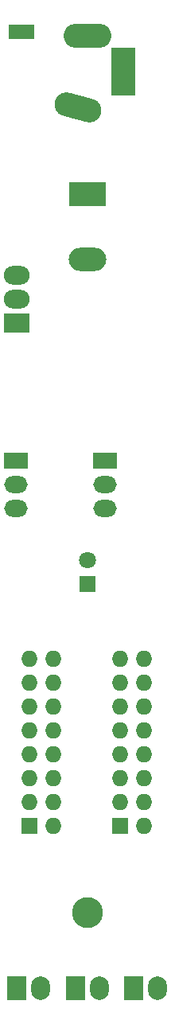
<source format=gts>
G04 #@! TF.GenerationSoftware,KiCad,Pcbnew,6.0.4-6f826c9f35~116~ubuntu18.04.1*
G04 #@! TF.CreationDate,2022-10-10T17:48:02-04:00*
G04 #@! TF.ProjectId,4UP,3455502e-6b69-4636-9164-5f7063625858,rev?*
G04 #@! TF.SameCoordinates,Original*
G04 #@! TF.FileFunction,Soldermask,Top*
G04 #@! TF.FilePolarity,Negative*
%FSLAX46Y46*%
G04 Gerber Fmt 4.6, Leading zero omitted, Abs format (unit mm)*
G04 Created by KiCad (PCBNEW 6.0.4-6f826c9f35~116~ubuntu18.04.1) date 2022-10-10 17:48:02*
%MOMM*%
%LPD*%
G01*
G04 APERTURE LIST*
G04 Aperture macros list*
%AMHorizOval*
0 Thick line with rounded ends*
0 $1 width*
0 $2 $3 position (X,Y) of the first rounded end (center of the circle)*
0 $4 $5 position (X,Y) of the second rounded end (center of the circle)*
0 Add line between two ends*
20,1,$1,$2,$3,$4,$5,0*
0 Add two circle primitives to create the rounded ends*
1,1,$1,$2,$3*
1,1,$1,$4,$5*%
G04 Aperture macros list end*
%ADD10C,3.300000*%
%ADD11R,1.800000X1.800000*%
%ADD12C,1.800000*%
%ADD13R,4.000000X2.500000*%
%ADD14O,4.000000X2.500000*%
%ADD15R,2.000000X2.500000*%
%ADD16O,2.000000X2.500000*%
%ADD17HorizOval,2.540000X1.226726X-0.328700X-1.226726X0.328700X0*%
%ADD18R,2.540000X5.080000*%
%ADD19O,5.080000X2.540000*%
%ADD20R,2.750000X2.000000*%
%ADD21O,2.750000X2.000000*%
%ADD22R,2.500000X1.800000*%
%ADD23O,2.500000X1.800000*%
%ADD24R,2.800000X1.600000*%
%ADD25R,1.727200X1.727200*%
%ADD26O,1.727200X1.727200*%
G04 APERTURE END LIST*
D10*
X41000000Y-136500000D03*
D11*
X41000000Y-101500000D03*
D12*
X41000000Y-98960000D03*
D13*
X41000000Y-60000000D03*
D14*
X41000000Y-67000000D03*
D15*
X45960000Y-144500000D03*
D16*
X48500000Y-144500000D03*
D15*
X39730000Y-144500000D03*
D16*
X42270000Y-144500000D03*
D17*
X40000000Y-50810000D03*
D18*
X44810000Y-47000000D03*
D19*
X41000000Y-43190000D03*
D15*
X33480000Y-144500000D03*
D16*
X36020000Y-144500000D03*
D20*
X33507750Y-73790000D03*
D21*
X33507750Y-71250000D03*
X33507750Y-68710000D03*
D22*
X42912000Y-88417500D03*
D23*
X42912000Y-90957500D03*
X42912000Y-93497500D03*
D24*
X34000000Y-42750000D03*
D25*
X44500000Y-127265000D03*
D26*
X47040000Y-127265000D03*
X44500000Y-124725000D03*
X47040000Y-124725000D03*
X44500000Y-122185000D03*
X47040000Y-122185000D03*
X44500000Y-119645000D03*
X47040000Y-119645000D03*
X44500000Y-117105000D03*
X47040000Y-117105000D03*
X44500000Y-114565000D03*
X47040000Y-114565000D03*
X44500000Y-112025000D03*
X47040000Y-112025000D03*
X44500000Y-109485000D03*
X47040000Y-109485000D03*
D25*
X34855000Y-127265000D03*
D26*
X37395000Y-127265000D03*
X34855000Y-124725000D03*
X37395000Y-124725000D03*
X34855000Y-122185000D03*
X37395000Y-122185000D03*
X34855000Y-119645000D03*
X37395000Y-119645000D03*
X34855000Y-117105000D03*
X37395000Y-117105000D03*
X34855000Y-114565000D03*
X37395000Y-114565000D03*
X34855000Y-112025000D03*
X37395000Y-112025000D03*
X34855000Y-109485000D03*
X37395000Y-109485000D03*
D22*
X33412000Y-88417500D03*
D23*
X33412000Y-90957500D03*
X33412000Y-93497500D03*
M02*

</source>
